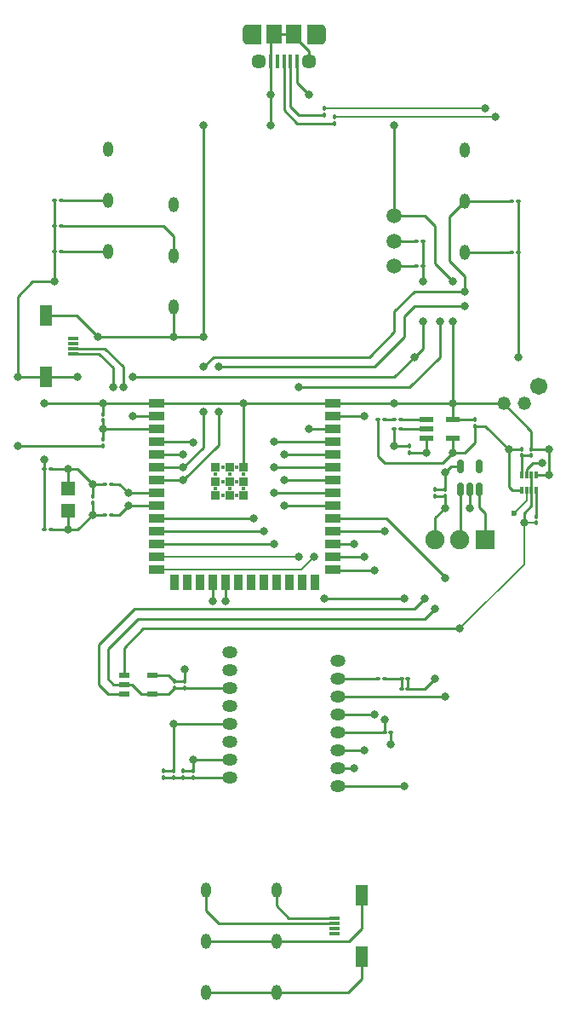
<source format=gbr>
%TF.GenerationSoftware,KiCad,Pcbnew,7.0.7*%
%TF.CreationDate,2023-11-26T12:29:05-07:00*%
%TF.ProjectId,mouse,6d6f7573-652e-46b6-9963-61645f706362,rev?*%
%TF.SameCoordinates,Original*%
%TF.FileFunction,Copper,L1,Top*%
%TF.FilePolarity,Positive*%
%FSLAX46Y46*%
G04 Gerber Fmt 4.6, Leading zero omitted, Abs format (unit mm)*
G04 Created by KiCad (PCBNEW 7.0.7) date 2023-11-26 12:29:05*
%MOMM*%
%LPD*%
G01*
G04 APERTURE LIST*
G04 Aperture macros list*
%AMRoundRect*
0 Rectangle with rounded corners*
0 $1 Rounding radius*
0 $2 $3 $4 $5 $6 $7 $8 $9 X,Y pos of 4 corners*
0 Add a 4 corners polygon primitive as box body*
4,1,4,$2,$3,$4,$5,$6,$7,$8,$9,$2,$3,0*
0 Add four circle primitives for the rounded corners*
1,1,$1+$1,$2,$3*
1,1,$1+$1,$4,$5*
1,1,$1+$1,$6,$7*
1,1,$1+$1,$8,$9*
0 Add four rect primitives between the rounded corners*
20,1,$1+$1,$2,$3,$4,$5,0*
20,1,$1+$1,$4,$5,$6,$7,0*
20,1,$1+$1,$6,$7,$8,$9,0*
20,1,$1+$1,$8,$9,$2,$3,0*%
G04 Aperture macros list end*
%TA.AperFunction,EtchedComponent*%
%ADD10C,0.010000*%
%TD*%
%TA.AperFunction,ComponentPad*%
%ADD11O,1.500000X1.200000*%
%TD*%
%TA.AperFunction,SMDPad,CuDef*%
%ADD12R,0.299999X0.670001*%
%TD*%
%TA.AperFunction,SMDPad,CuDef*%
%ADD13R,1.320800X0.508000*%
%TD*%
%TA.AperFunction,ComponentPad*%
%ADD14O,1.000000X1.500000*%
%TD*%
%TA.AperFunction,SMDPad,CuDef*%
%ADD15R,1.000000X0.300000*%
%TD*%
%TA.AperFunction,SMDPad,CuDef*%
%ADD16R,1.300000X2.000000*%
%TD*%
%TA.AperFunction,SMDPad,CuDef*%
%ADD17RoundRect,0.100000X-0.130000X-0.100000X0.130000X-0.100000X0.130000X0.100000X-0.130000X0.100000X0*%
%TD*%
%TA.AperFunction,SMDPad,CuDef*%
%ADD18RoundRect,0.100000X-0.100000X0.130000X-0.100000X-0.130000X0.100000X-0.130000X0.100000X0.130000X0*%
%TD*%
%TA.AperFunction,SMDPad,CuDef*%
%ADD19RoundRect,0.100000X0.130000X0.100000X-0.130000X0.100000X-0.130000X-0.100000X0.130000X-0.100000X0*%
%TD*%
%TA.AperFunction,SMDPad,CuDef*%
%ADD20RoundRect,0.100000X0.100000X-0.130000X0.100000X0.130000X-0.100000X0.130000X-0.100000X-0.130000X0*%
%TD*%
%TA.AperFunction,SMDPad,CuDef*%
%ADD21RoundRect,0.150000X0.150000X-0.512500X0.150000X0.512500X-0.150000X0.512500X-0.150000X-0.512500X0*%
%TD*%
%TA.AperFunction,ComponentPad*%
%ADD22C,1.500000*%
%TD*%
%TA.AperFunction,SMDPad,CuDef*%
%ADD23R,0.400000X1.350000*%
%TD*%
%TA.AperFunction,ComponentPad*%
%ADD24C,1.450000*%
%TD*%
%TA.AperFunction,ComponentPad*%
%ADD25O,1.200000X1.900000*%
%TD*%
%TA.AperFunction,SMDPad,CuDef*%
%ADD26R,1.500000X1.900000*%
%TD*%
%TA.AperFunction,SMDPad,CuDef*%
%ADD27R,1.397000X1.422400*%
%TD*%
%TA.AperFunction,ComponentPad*%
%ADD28C,0.400000*%
%TD*%
%TA.AperFunction,SMDPad,CuDef*%
%ADD29R,0.900000X0.900000*%
%TD*%
%TA.AperFunction,SMDPad,CuDef*%
%ADD30R,1.500000X0.900000*%
%TD*%
%TA.AperFunction,SMDPad,CuDef*%
%ADD31R,0.900000X1.500000*%
%TD*%
%TA.AperFunction,SMDPad,CuDef*%
%ADD32R,1.003300X0.508000*%
%TD*%
%TA.AperFunction,ComponentPad*%
%ADD33C,1.320800*%
%TD*%
%TA.AperFunction,ComponentPad*%
%ADD34C,1.701800*%
%TD*%
%TA.AperFunction,ComponentPad*%
%ADD35R,1.900000X1.900000*%
%TD*%
%TA.AperFunction,ComponentPad*%
%ADD36C,1.900000*%
%TD*%
%TA.AperFunction,ViaPad*%
%ADD37C,0.800000*%
%TD*%
%TA.AperFunction,ViaPad*%
%ADD38C,0.600000*%
%TD*%
%TA.AperFunction,Conductor*%
%ADD39C,0.250000*%
%TD*%
%TA.AperFunction,Conductor*%
%ADD40C,0.200000*%
%TD*%
G04 APERTURE END LIST*
%TO.C,J5*%
D10*
X224826000Y-33951000D02*
X224852000Y-33953000D01*
X224878000Y-33956000D01*
X224904000Y-33961000D01*
X224929000Y-33967000D01*
X224955000Y-33974000D01*
X224979000Y-33983000D01*
X225003000Y-33993000D01*
X225027000Y-34004000D01*
X225050000Y-34017000D01*
X225072000Y-34031000D01*
X225094000Y-34045000D01*
X225115000Y-34061000D01*
X225135000Y-34078000D01*
X225154000Y-34096000D01*
X225172000Y-34115000D01*
X225189000Y-34135000D01*
X225205000Y-34156000D01*
X225219000Y-34178000D01*
X225233000Y-34200000D01*
X225246000Y-34223000D01*
X225257000Y-34247000D01*
X225267000Y-34271000D01*
X225276000Y-34295000D01*
X225283000Y-34321000D01*
X225289000Y-34346000D01*
X225294000Y-34372000D01*
X225297000Y-34398000D01*
X225299000Y-34424000D01*
X225300000Y-34450000D01*
X225300000Y-35350000D01*
X225299000Y-35376000D01*
X225297000Y-35402000D01*
X225294000Y-35428000D01*
X225289000Y-35454000D01*
X225283000Y-35479000D01*
X225276000Y-35505000D01*
X225267000Y-35529000D01*
X225257000Y-35553000D01*
X225246000Y-35577000D01*
X225233000Y-35600000D01*
X225219000Y-35622000D01*
X225205000Y-35644000D01*
X225189000Y-35665000D01*
X225172000Y-35685000D01*
X225154000Y-35704000D01*
X225135000Y-35722000D01*
X225115000Y-35739000D01*
X225094000Y-35755000D01*
X225072000Y-35769000D01*
X225050000Y-35783000D01*
X225027000Y-35796000D01*
X225003000Y-35807000D01*
X224979000Y-35817000D01*
X224955000Y-35826000D01*
X224929000Y-35833000D01*
X224904000Y-35839000D01*
X224878000Y-35844000D01*
X224852000Y-35847000D01*
X224826000Y-35849000D01*
X224800000Y-35850000D01*
X223500000Y-35850000D01*
X223500000Y-33950000D01*
X224800000Y-33950000D01*
X224826000Y-33951000D01*
%TA.AperFunction,EtchedComponent*%
G36*
X224826000Y-33951000D02*
G01*
X224852000Y-33953000D01*
X224878000Y-33956000D01*
X224904000Y-33961000D01*
X224929000Y-33967000D01*
X224955000Y-33974000D01*
X224979000Y-33983000D01*
X225003000Y-33993000D01*
X225027000Y-34004000D01*
X225050000Y-34017000D01*
X225072000Y-34031000D01*
X225094000Y-34045000D01*
X225115000Y-34061000D01*
X225135000Y-34078000D01*
X225154000Y-34096000D01*
X225172000Y-34115000D01*
X225189000Y-34135000D01*
X225205000Y-34156000D01*
X225219000Y-34178000D01*
X225233000Y-34200000D01*
X225246000Y-34223000D01*
X225257000Y-34247000D01*
X225267000Y-34271000D01*
X225276000Y-34295000D01*
X225283000Y-34321000D01*
X225289000Y-34346000D01*
X225294000Y-34372000D01*
X225297000Y-34398000D01*
X225299000Y-34424000D01*
X225300000Y-34450000D01*
X225300000Y-35350000D01*
X225299000Y-35376000D01*
X225297000Y-35402000D01*
X225294000Y-35428000D01*
X225289000Y-35454000D01*
X225283000Y-35479000D01*
X225276000Y-35505000D01*
X225267000Y-35529000D01*
X225257000Y-35553000D01*
X225246000Y-35577000D01*
X225233000Y-35600000D01*
X225219000Y-35622000D01*
X225205000Y-35644000D01*
X225189000Y-35665000D01*
X225172000Y-35685000D01*
X225154000Y-35704000D01*
X225135000Y-35722000D01*
X225115000Y-35739000D01*
X225094000Y-35755000D01*
X225072000Y-35769000D01*
X225050000Y-35783000D01*
X225027000Y-35796000D01*
X225003000Y-35807000D01*
X224979000Y-35817000D01*
X224955000Y-35826000D01*
X224929000Y-35833000D01*
X224904000Y-35839000D01*
X224878000Y-35844000D01*
X224852000Y-35847000D01*
X224826000Y-35849000D01*
X224800000Y-35850000D01*
X223500000Y-35850000D01*
X223500000Y-33950000D01*
X224800000Y-33950000D01*
X224826000Y-33951000D01*
G37*
%TD.AperFunction*%
X218900000Y-35850000D02*
X217600000Y-35850000D01*
X217574000Y-35849000D01*
X217548000Y-35847000D01*
X217522000Y-35844000D01*
X217496000Y-35839000D01*
X217471000Y-35833000D01*
X217445000Y-35826000D01*
X217421000Y-35817000D01*
X217397000Y-35807000D01*
X217373000Y-35796000D01*
X217350000Y-35783000D01*
X217328000Y-35769000D01*
X217306000Y-35755000D01*
X217285000Y-35739000D01*
X217265000Y-35722000D01*
X217246000Y-35704000D01*
X217228000Y-35685000D01*
X217211000Y-35665000D01*
X217195000Y-35644000D01*
X217181000Y-35622000D01*
X217167000Y-35600000D01*
X217154000Y-35577000D01*
X217143000Y-35553000D01*
X217133000Y-35529000D01*
X217124000Y-35505000D01*
X217117000Y-35479000D01*
X217111000Y-35454000D01*
X217106000Y-35428000D01*
X217103000Y-35402000D01*
X217101000Y-35376000D01*
X217100000Y-35350000D01*
X217100000Y-34450000D01*
X217101000Y-34424000D01*
X217103000Y-34398000D01*
X217106000Y-34372000D01*
X217111000Y-34346000D01*
X217117000Y-34321000D01*
X217124000Y-34295000D01*
X217133000Y-34271000D01*
X217143000Y-34247000D01*
X217154000Y-34223000D01*
X217167000Y-34200000D01*
X217181000Y-34178000D01*
X217195000Y-34156000D01*
X217211000Y-34135000D01*
X217228000Y-34115000D01*
X217246000Y-34096000D01*
X217265000Y-34078000D01*
X217285000Y-34061000D01*
X217306000Y-34045000D01*
X217328000Y-34031000D01*
X217350000Y-34017000D01*
X217373000Y-34004000D01*
X217397000Y-33993000D01*
X217421000Y-33983000D01*
X217445000Y-33974000D01*
X217471000Y-33967000D01*
X217496000Y-33961000D01*
X217522000Y-33956000D01*
X217548000Y-33953000D01*
X217574000Y-33951000D01*
X217600000Y-33950000D01*
X218900000Y-33950000D01*
X218900000Y-35850000D01*
%TA.AperFunction,EtchedComponent*%
G36*
X218900000Y-35850000D02*
G01*
X217600000Y-35850000D01*
X217574000Y-35849000D01*
X217548000Y-35847000D01*
X217522000Y-35844000D01*
X217496000Y-35839000D01*
X217471000Y-35833000D01*
X217445000Y-35826000D01*
X217421000Y-35817000D01*
X217397000Y-35807000D01*
X217373000Y-35796000D01*
X217350000Y-35783000D01*
X217328000Y-35769000D01*
X217306000Y-35755000D01*
X217285000Y-35739000D01*
X217265000Y-35722000D01*
X217246000Y-35704000D01*
X217228000Y-35685000D01*
X217211000Y-35665000D01*
X217195000Y-35644000D01*
X217181000Y-35622000D01*
X217167000Y-35600000D01*
X217154000Y-35577000D01*
X217143000Y-35553000D01*
X217133000Y-35529000D01*
X217124000Y-35505000D01*
X217117000Y-35479000D01*
X217111000Y-35454000D01*
X217106000Y-35428000D01*
X217103000Y-35402000D01*
X217101000Y-35376000D01*
X217100000Y-35350000D01*
X217100000Y-34450000D01*
X217101000Y-34424000D01*
X217103000Y-34398000D01*
X217106000Y-34372000D01*
X217111000Y-34346000D01*
X217117000Y-34321000D01*
X217124000Y-34295000D01*
X217133000Y-34271000D01*
X217143000Y-34247000D01*
X217154000Y-34223000D01*
X217167000Y-34200000D01*
X217181000Y-34178000D01*
X217195000Y-34156000D01*
X217211000Y-34135000D01*
X217228000Y-34115000D01*
X217246000Y-34096000D01*
X217265000Y-34078000D01*
X217285000Y-34061000D01*
X217306000Y-34045000D01*
X217328000Y-34031000D01*
X217350000Y-34017000D01*
X217373000Y-34004000D01*
X217397000Y-33993000D01*
X217421000Y-33983000D01*
X217445000Y-33974000D01*
X217471000Y-33967000D01*
X217496000Y-33961000D01*
X217522000Y-33956000D01*
X217548000Y-33953000D01*
X217574000Y-33951000D01*
X217600000Y-33950000D01*
X218900000Y-33950000D01*
X218900000Y-35850000D01*
G37*
%TD.AperFunction*%
%TD*%
D11*
%TO.P,PAW1,1,NC1*%
%TO.N,unconnected-(PAW1-NC1-Pad1)*%
X215850000Y-96247500D03*
%TO.P,PAW1,2,NC2*%
%TO.N,unconnected-(PAW1-NC2-Pad2)*%
X215850000Y-98027500D03*
%TO.P,PAW1,3,GND*%
%TO.N,GND*%
X215850000Y-99807500D03*
%TO.P,PAW1,4,VDD*%
%TO.N,PWR_1.9V*%
X215850000Y-101587500D03*
%TO.P,PAW1,5,VDDREG*%
%TO.N,VDDREG*%
X215850000Y-103367500D03*
%TO.P,PAW1,6,NC6*%
%TO.N,unconnected-(PAW1-NC6-Pad6)*%
X215850000Y-105147500D03*
%TO.P,PAW1,7,VDDIO*%
%TO.N,PWR_3.3V*%
X215850000Y-106927500D03*
%TO.P,PAW1,8,GNDIO*%
%TO.N,GND1*%
X215850000Y-108707500D03*
%TO.P,PAW1,9,MOTION*%
%TO.N,MOTION*%
X226550000Y-109597500D03*
%TO.P,PAW1,10,SCLK*%
%TO.N,SCLK*%
X226550000Y-107817500D03*
%TO.P,PAW1,11,MOSI*%
%TO.N,MOSI*%
X226550000Y-106037500D03*
%TO.P,PAW1,12,MISO*%
%TO.N,MISO*%
X226550000Y-104257500D03*
%TO.P,PAW1,13,NCS*%
%TO.N,NCS*%
X226550000Y-102477500D03*
%TO.P,PAW1,14,NRESET*%
%TO.N,NRESET*%
X226550000Y-100697500D03*
%TO.P,PAW1,15,LED_P*%
%TO.N,LED_P*%
X226550000Y-98917500D03*
%TO.P,PAW1,16,NC16*%
%TO.N,unconnected-(PAW1-NC16-Pad16)*%
X226550000Y-97137500D03*
%TD*%
D12*
%TO.P,PWRSW1,1,GND*%
%TO.N,GND*%
X246325001Y-78709999D03*
%TO.P,PWRSW1,2,VOUT*%
%TO.N,PWR_OUT*%
X245825000Y-78709999D03*
%TO.P,PWRSW1,3,VIN1*%
%TO.N,VBUS*%
X245325000Y-78709999D03*
%TO.P,PWRSW1,4,PR1*%
%TO.N,Net-(PWRSW1-PR1)*%
X244824999Y-78709999D03*
%TO.P,PWRSW1,5,MODE*%
%TO.N,VBUS*%
X244824999Y-80190001D03*
%TO.P,PWRSW1,6,VIN2*%
%TO.N,+BATT*%
X245325000Y-80190001D03*
%TO.P,PWRSW1,7,VOUT*%
%TO.N,PWR_OUT*%
X245825000Y-80190001D03*
%TO.P,PWRSW1,8,ST*%
%TO.N,PWRSTAT*%
X246325001Y-80190001D03*
%TD*%
D13*
%TO.P,CHGR1,1,STAT*%
%TO.N,Net-(CHGR1-STAT)*%
X235404600Y-73169999D03*
%TO.P,CHGR1,2,VSS*%
%TO.N,Net-(CHGR1-VSS)*%
X235404600Y-74120000D03*
%TO.P,CHGR1,3,VBAT*%
%TO.N,+BATT*%
X235404600Y-75070001D03*
%TO.P,CHGR1,4,VDD*%
%TO.N,VBUS*%
X237995400Y-75070001D03*
%TO.P,CHGR1,5,PROG*%
%TO.N,GND*%
X237995400Y-73169999D03*
%TD*%
D14*
%TO.P,SMB5,1,COM*%
%TO.N,SW4_COM_OFF*%
X213450000Y-119870000D03*
%TO.P,SMB5,2,NO*%
%TO.N,PWR_3.3V_OFF*%
X213450000Y-124950000D03*
%TO.P,SMB5,3,NC*%
%TO.N,GND_OFF*%
X213450000Y-130030000D03*
%TD*%
D15*
%TO.P,J4,1,1*%
%TO.N,unconnected-(J4-Pad1)*%
X226250000Y-124200001D03*
%TO.P,J4,2,2*%
%TO.N,unconnected-(J4-Pad2)*%
X226250000Y-123700000D03*
%TO.P,J4,3,3*%
%TO.N,SW4_COM_OFF*%
X226250000Y-123200000D03*
%TO.P,J4,4,4*%
%TO.N,SW3_COM_OFF*%
X226250000Y-122699999D03*
D16*
%TO.P,J4,P1,P1*%
%TO.N,GND_OFF*%
X228949999Y-126499999D03*
%TO.P,J4,P2,P2*%
%TO.N,PWR_3.3V_OFF*%
X228949999Y-120400001D03*
%TD*%
%TO.P,J6,P2,P2*%
%TO.N,PWR_3.3V*%
X197500001Y-68950000D03*
%TO.P,J6,P1,P1*%
%TO.N,GND*%
X197500001Y-62850002D03*
D15*
%TO.P,J6,4,4*%
%TO.N,SW4_COM*%
X200200000Y-66650002D03*
%TO.P,J6,3,3*%
%TO.N,SW3_COM*%
X200200000Y-66150001D03*
%TO.P,J6,2,2*%
%TO.N,unconnected-(J6-Pad2)*%
X200200000Y-65650001D03*
%TO.P,J6,1,1*%
%TO.N,unconnected-(J6-Pad1)*%
X200200000Y-65150000D03*
%TD*%
D17*
%TO.P,R1,1*%
%TO.N,MISO*%
X231200000Y-104257500D03*
%TO.P,R1,2*%
%TO.N,PWR_3.3V*%
X231840000Y-104257500D03*
%TD*%
%TO.P,C7,1*%
%TO.N,Net-(D1-A)*%
X232880000Y-99950000D03*
%TO.P,C7,2*%
%TO.N,GND*%
X233520000Y-99950000D03*
%TD*%
%TO.P,R2,1*%
%TO.N,Net-(D2-K)*%
X232200000Y-73169999D03*
%TO.P,R2,2*%
%TO.N,Net-(CHGR1-STAT)*%
X232840000Y-73169999D03*
%TD*%
%TO.P,R11,1*%
%TO.N,LED_P*%
X230560000Y-98917500D03*
%TO.P,R11,2*%
%TO.N,Net-(D1-A)*%
X231200000Y-98917500D03*
%TD*%
D18*
%TO.P,C8,1*%
%TO.N,GND*%
X233700000Y-75810000D03*
%TO.P,C8,2*%
%TO.N,+BATT*%
X233700000Y-76450000D03*
%TD*%
D19*
%TO.P,D2,1,K*%
%TO.N,Net-(D2-K)*%
X231200000Y-73169999D03*
%TO.P,D2,2,A*%
%TO.N,VBUS*%
X230560000Y-73169999D03*
%TD*%
D17*
%TO.P,R3,2*%
%TO.N,Net-(CHGR1-VSS)*%
X232840000Y-74120000D03*
%TO.P,R3,1*%
%TO.N,GND*%
X232200000Y-74120000D03*
%TD*%
D18*
%TO.P,C3,1*%
%TO.N,VDDREG*%
X210200000Y-108067500D03*
%TO.P,C3,2*%
%TO.N,GND1*%
X210200000Y-108707500D03*
%TD*%
D20*
%TO.P,C4,1*%
%TO.N,GND1*%
X209200000Y-108707500D03*
%TO.P,C4,2*%
%TO.N,VDDREG*%
X209200000Y-108067500D03*
%TD*%
D19*
%TO.P,D1,1,K*%
%TO.N,GND*%
X233520000Y-98917500D03*
%TO.P,D1,2,A*%
%TO.N,Net-(D1-A)*%
X232880000Y-98917500D03*
%TD*%
D20*
%TO.P,C6,1*%
%TO.N,GND1*%
X211200000Y-108707500D03*
%TO.P,C6,2*%
%TO.N,PWR_3.3V*%
X211200000Y-108067500D03*
%TD*%
D18*
%TO.P,C5,1*%
%TO.N,PWR_3.3V*%
X212200000Y-108067500D03*
%TO.P,C5,2*%
%TO.N,GND1*%
X212200000Y-108707500D03*
%TD*%
%TO.P,C9,1*%
%TO.N,GND*%
X240200000Y-73169999D03*
%TO.P,C9,2*%
%TO.N,VBUS*%
X240200000Y-73809999D03*
%TD*%
D19*
%TO.P,R20,1*%
%TO.N,PWR_3.3V*%
X244520000Y-51520000D03*
%TO.P,R20,2*%
%TO.N,SW2_NO*%
X243880000Y-51520000D03*
%TD*%
D18*
%TO.P,R18,2*%
%TO.N,Net-(J5-D-)*%
X225200000Y-42925000D03*
%TO.P,R18,1*%
%TO.N,USB_D-*%
X225200000Y-42285000D03*
%TD*%
%TO.P,R7,2*%
%TO.N,Net-(C13-Pad2)*%
X202200000Y-81440000D03*
%TO.P,R7,1*%
%TO.N,Net-(C12-Pad2)*%
X202200000Y-80800000D03*
%TD*%
D21*
%TO.P,U1,1,VIN*%
%TO.N,PWR_OUT*%
X238750000Y-80087500D03*
%TO.P,U1,2,GND*%
%TO.N,GND*%
X239700000Y-80087500D03*
%TO.P,U1,3,EN*%
%TO.N,PWR_EN*%
X240650000Y-80087500D03*
%TO.P,U1,4,NC*%
%TO.N,unconnected-(U1-NC-Pad4)*%
X240650000Y-77812500D03*
%TO.P,U1,5,VOUT*%
%TO.N,PWR_3.3V*%
X238750000Y-77812500D03*
%TD*%
D14*
%TO.P,MMB1,3,NC*%
%TO.N,GND*%
X210200000Y-62030000D03*
%TO.P,MMB1,2,NO*%
%TO.N,SW5_NO*%
X210200000Y-56950000D03*
%TO.P,MMB1,1,COM*%
%TO.N,SCROLL_CLICK*%
X210200000Y-51870000D03*
%TD*%
D19*
%TO.P,R10,2*%
%TO.N,Net-(C13-Pad2)*%
X203380000Y-82620000D03*
%TO.P,R10,1*%
%TO.N,XTAL2*%
X204020000Y-82620000D03*
%TD*%
D18*
%TO.P,R17,2*%
%TO.N,Net-(J5-D+)*%
X226200000Y-43770000D03*
%TO.P,R17,1*%
%TO.N,USB_D+*%
X226200000Y-43130000D03*
%TD*%
D20*
%TO.P,C11,2*%
%TO.N,PWR_3.3V*%
X237200000Y-80130000D03*
%TO.P,C11,1*%
%TO.N,GND*%
X237200000Y-80770000D03*
%TD*%
D19*
%TO.P,R9,2*%
%TO.N,Net-(C12-Pad2)*%
X203380000Y-79620000D03*
%TO.P,R9,1*%
%TO.N,XTAL1*%
X204020000Y-79620000D03*
%TD*%
D18*
%TO.P,C14,2*%
%TO.N,EN*%
X203200000Y-73270000D03*
%TO.P,C14,1*%
%TO.N,GND*%
X203200000Y-72630000D03*
%TD*%
D22*
%TO.P,ENC1,1,A*%
%TO.N,SCROLL_UP*%
X232200000Y-57950000D03*
%TO.P,ENC1,2,B*%
%TO.N,SCROLL_DOWN*%
X232200000Y-55450000D03*
%TO.P,ENC1,3,COM*%
%TO.N,GND*%
X232200000Y-52950000D03*
%TD*%
D23*
%TO.P,J5,1,VBUS*%
%TO.N,VBUS*%
X222500000Y-37575000D03*
%TO.P,J5,2,D-*%
%TO.N,Net-(J5-D-)*%
X221850000Y-37575000D03*
%TO.P,J5,3,D+*%
%TO.N,Net-(J5-D+)*%
X221200000Y-37575000D03*
%TO.P,J5,4,ID*%
%TO.N,unconnected-(J5-ID-Pad4)*%
X220550000Y-37575000D03*
%TO.P,J5,5,GND*%
%TO.N,GND*%
X219900000Y-37575000D03*
D24*
%TO.P,J5,SH1,SHIELD1*%
X223700000Y-37600000D03*
%TO.P,J5,SH2,SHIELD2*%
X218700000Y-37600000D03*
D25*
%TO.P,J5,SH3,SHIELD3*%
%TO.N,unconnected-(J5-SHIELD3-PadSH3)*%
X224700000Y-34900000D03*
D26*
%TO.P,J5,SH4,SHIELD4*%
%TO.N,GND*%
X222200000Y-34900000D03*
%TO.P,J5,SH5,SHIELD5*%
X220200000Y-34900000D03*
D25*
%TO.P,J5,SH6,SHIELD6*%
%TO.N,unconnected-(J5-SHIELD6-PadSH6)*%
X217700000Y-34900000D03*
%TD*%
D20*
%TO.P,R8,2*%
%TO.N,EN*%
X203200000Y-75130000D03*
%TO.P,R8,1*%
%TO.N,PWR_3.3V*%
X203200000Y-75770000D03*
%TD*%
D14*
%TO.P,LMB1,1,COM*%
%TO.N,GND*%
X203700000Y-46370000D03*
%TO.P,LMB1,2,NO*%
%TO.N,SW1_NO*%
X203700000Y-51450000D03*
%TO.P,LMB1,3,NC*%
%TO.N,SW1_NC*%
X203700000Y-56530000D03*
%TD*%
D27*
%TO.P,XTAL1,1,1*%
%TO.N,Net-(C12-Pad2)*%
X199700000Y-80027800D03*
%TO.P,XTAL1,2,2*%
%TO.N,Net-(C13-Pad2)*%
X199700000Y-82212200D03*
%TD*%
D17*
%TO.P,R13,2*%
%TO.N,SW1_NC*%
X199020000Y-56530000D03*
%TO.P,R13,1*%
%TO.N,PWR_3.3V*%
X198380000Y-56530000D03*
%TD*%
D14*
%TO.P,RMB1,1,COM*%
%TO.N,GND*%
X239200000Y-46440000D03*
%TO.P,RMB1,2,NO*%
%TO.N,SW2_NO*%
X239200000Y-51520000D03*
%TO.P,RMB1,3,NC*%
%TO.N,SW2_NC*%
X239200000Y-56600000D03*
%TD*%
D17*
%TO.P,R12,2*%
%TO.N,SW5_NO*%
X199020000Y-53950000D03*
%TO.P,R12,1*%
%TO.N,PWR_3.3V*%
X198380000Y-53950000D03*
%TD*%
D20*
%TO.P,C10,2*%
%TO.N,PWR_3.3V*%
X236200000Y-80130000D03*
%TO.P,C10,1*%
%TO.N,GND*%
X236200000Y-80770000D03*
%TD*%
D18*
%TO.P,R4,2*%
%TO.N,Net-(PWRSW1-PR1)*%
X244824999Y-76770000D03*
%TO.P,R4,1*%
%TO.N,VBUS*%
X244824999Y-76130000D03*
%TD*%
D17*
%TO.P,R15,2*%
%TO.N,PWR_3.3V*%
X235020000Y-57950000D03*
%TO.P,R15,1*%
%TO.N,SCROLL_UP*%
X234380000Y-57950000D03*
%TD*%
D19*
%TO.P,R19,2*%
%TO.N,SW2_NC*%
X243880000Y-56600000D03*
%TO.P,R19,1*%
%TO.N,PWR_3.3V*%
X244520000Y-56600000D03*
%TD*%
D17*
%TO.P,R14,2*%
%TO.N,SW1_NO*%
X199020000Y-51450000D03*
%TO.P,R14,1*%
%TO.N,PWR_3.3V*%
X198380000Y-51450000D03*
%TD*%
%TO.P,R16,2*%
%TO.N,PWR_3.3V*%
X235020000Y-55450000D03*
%TO.P,R16,1*%
%TO.N,SCROLL_DOWN*%
X234380000Y-55450000D03*
%TD*%
D14*
%TO.P,SMB4,1,COM*%
%TO.N,SW3_COM_OFF*%
X220450000Y-119870000D03*
%TO.P,SMB4,2,NO*%
%TO.N,PWR_3.3V_OFF*%
X220450000Y-124950000D03*
%TO.P,SMB4,3,NC*%
%TO.N,GND_OFF*%
X220450000Y-130030000D03*
%TD*%
D28*
%TO.P,ESP1,41_21*%
%TO.N,N/C*%
X216500000Y-80720000D03*
%TO.P,ESP1,41_20*%
X215100000Y-80720000D03*
%TO.P,ESP1,41_19*%
X217200000Y-80020000D03*
%TO.P,ESP1,41_18*%
X215800000Y-80020000D03*
%TO.P,ESP1,41_17*%
X214400000Y-80020000D03*
%TO.P,ESP1,41_16*%
X216500000Y-79320000D03*
%TO.P,ESP1,41_15*%
X215100000Y-79320000D03*
%TO.P,ESP1,41_14*%
X217200000Y-78620000D03*
%TO.P,ESP1,41_13*%
X215800000Y-78620000D03*
%TO.P,ESP1,41_12*%
X214400000Y-78620000D03*
%TO.P,ESP1,41_11*%
X216500000Y-77920000D03*
%TO.P,ESP1,41_10*%
X215100000Y-77920000D03*
D29*
%TO.P,ESP1,41_9,GND*%
%TO.N,GND*%
X217200000Y-80720000D03*
%TO.P,ESP1,41_8,GND*%
X215800000Y-80720000D03*
%TO.P,ESP1,41_7,GND*%
X214400000Y-80720000D03*
%TO.P,ESP1,41_6,GND*%
X217200000Y-79320000D03*
%TO.P,ESP1,41_5,GND*%
X215800000Y-79320000D03*
%TO.P,ESP1,41_4,GND*%
X214400000Y-79320000D03*
%TO.P,ESP1,41_3,GND*%
X217200000Y-77920000D03*
%TO.P,ESP1,41_2,GND*%
X215800000Y-77920000D03*
%TO.P,ESP1,41_1,GND*%
X214400000Y-77920000D03*
D30*
%TO.P,ESP1,40,GND*%
X226050000Y-71600000D03*
%TO.P,ESP1,39,IO1*%
%TO.N,PWR_1.9V_EN*%
X226050000Y-72870000D03*
%TO.P,ESP1,38,IO2*%
%TO.N,MOTION*%
X226050000Y-74140000D03*
%TO.P,ESP1,37,TXD0*%
%TO.N,TXD0*%
X226050000Y-75410000D03*
%TO.P,ESP1,36,RXD0*%
%TO.N,RXD0*%
X226050000Y-76680000D03*
%TO.P,ESP1,35,MTMS*%
%TO.N,TMS*%
X226050000Y-77950000D03*
%TO.P,ESP1,34,MTDI*%
%TO.N,TDI*%
X226050000Y-79220000D03*
%TO.P,ESP1,33,MTDO*%
%TO.N,TDO*%
X226050000Y-80490000D03*
%TO.P,ESP1,32,MTCK*%
%TO.N,TCK*%
X226050000Y-81760000D03*
%TO.P,ESP1,31,NRESET*%
%TO.N,NRESET*%
X226050000Y-83030000D03*
%TO.P,ESP1,30,MISO*%
%TO.N,MISO*%
X226050000Y-84300000D03*
%TO.P,ESP1,29,SCLK*%
%TO.N,SCLK*%
X226050000Y-85570000D03*
%TO.P,ESP1,28,MOSI*%
%TO.N,MOSI*%
X226050000Y-86840000D03*
%TO.P,ESP1,27,NCS*%
%TO.N,NCS*%
X226050000Y-88110000D03*
D31*
%TO.P,ESP1,26,IO45*%
%TO.N,unconnected-(ESP1-IO45-Pad26)*%
X224285000Y-89360000D03*
%TO.P,ESP1,25,IO48*%
%TO.N,unconnected-(ESP1-IO48-Pad25)*%
X223015000Y-89360000D03*
%TO.P,ESP1,24,IO47*%
%TO.N,unconnected-(ESP1-IO47-Pad24)*%
X221745000Y-89360000D03*
%TO.P,ESP1,23,IO21*%
%TO.N,unconnected-(ESP1-IO21-Pad23)*%
X220475000Y-89360000D03*
%TO.P,ESP1,22,IO14*%
%TO.N,unconnected-(ESP1-IO14-Pad22)*%
X219205000Y-89360000D03*
%TO.P,ESP1,21,IO13*%
%TO.N,unconnected-(ESP1-IO13-Pad21)*%
X217935000Y-89360000D03*
%TO.P,ESP1,20,IO12*%
%TO.N,unconnected-(ESP1-IO12-Pad20)*%
X216665000Y-89360000D03*
%TO.P,ESP1,19,IO11*%
%TO.N,SW3_COM*%
X215395000Y-89360000D03*
%TO.P,ESP1,18,IO10*%
%TO.N,SW4_COM*%
X214125000Y-89360000D03*
%TO.P,ESP1,17,IO9*%
%TO.N,LED_B*%
X212855000Y-89360000D03*
%TO.P,ESP1,16,IO46*%
%TO.N,LED_G*%
X211585000Y-89360000D03*
%TO.P,ESP1,15,IO3*%
%TO.N,LED_R*%
X210315000Y-89360000D03*
D30*
%TO.P,ESP1,14,USB_D+*%
%TO.N,USB_D+*%
X208550000Y-88110000D03*
%TO.P,ESP1,13,USB_D-*%
%TO.N,USB_D-*%
X208550000Y-86840000D03*
%TO.P,ESP1,12,IO8*%
%TO.N,SCROLL_DOWN*%
X208550000Y-85570000D03*
%TO.P,ESP1,11,IO18*%
%TO.N,SCROLL_UP*%
X208550000Y-84300000D03*
%TO.P,ESP1,10,IO17*%
%TO.N,SCROLL_CLICK*%
X208550000Y-83030000D03*
%TO.P,ESP1,9,XTALN*%
%TO.N,XTAL2*%
X208550000Y-81760000D03*
%TO.P,ESP1,8,XTALP*%
%TO.N,XTAL1*%
X208550000Y-80490000D03*
%TO.P,ESP1,7,IO7*%
%TO.N,SW2_NC*%
X208550000Y-79220000D03*
%TO.P,ESP1,6,IO6*%
%TO.N,SW2_NO*%
X208550000Y-77950000D03*
%TO.P,ESP1,5,IO5*%
%TO.N,SW1_NC*%
X208550000Y-76680000D03*
%TO.P,ESP1,4,IO4*%
%TO.N,SW1_NO*%
X208550000Y-75410000D03*
%TO.P,ESP1,3,EN*%
%TO.N,EN*%
X208550000Y-74140000D03*
%TO.P,ESP1,2,3V3*%
%TO.N,PWR_3.3V*%
X208550000Y-72870000D03*
%TO.P,ESP1,1,GND*%
%TO.N,GND*%
X208550000Y-71600000D03*
%TD*%
D20*
%TO.P,C1,1*%
%TO.N,GND*%
X211337500Y-99807500D03*
%TO.P,C1,2*%
%TO.N,PWR_1.9V*%
X211337500Y-99167500D03*
%TD*%
D17*
%TO.P,C12,2*%
%TO.N,Net-(C12-Pad2)*%
X198020000Y-78120000D03*
%TO.P,C12,1*%
%TO.N,GND*%
X197380000Y-78120000D03*
%TD*%
D32*
%TO.P,U3,1,VIN*%
%TO.N,PWR_OUT*%
X205322050Y-98537499D03*
%TO.P,U3,2,GND*%
%TO.N,GND*%
X205322050Y-99487500D03*
%TO.P,U3,3,EN*%
%TO.N,PWR_1.9V_EN*%
X205322050Y-100437501D03*
%TO.P,U3,4,GND*%
%TO.N,GND*%
X208077950Y-100437501D03*
%TO.P,U3,5,VOUT*%
%TO.N,PWR_1.9V*%
X208077950Y-98537499D03*
%TD*%
D18*
%TO.P,C2,2*%
%TO.N,GND*%
X210337500Y-99807500D03*
%TO.P,C2,1*%
%TO.N,PWR_1.9V*%
X210337500Y-99167500D03*
%TD*%
D20*
%TO.P,R6,2*%
%TO.N,PWRSTAT*%
X246325001Y-82810000D03*
%TO.P,R6,1*%
%TO.N,PWR_OUT*%
X246325001Y-83450000D03*
%TD*%
D33*
%TO.P,J2,1,1*%
%TO.N,+BATT*%
X245075001Y-71600000D03*
%TO.P,J2,2,2*%
%TO.N,GND*%
X243074999Y-71600000D03*
D34*
%TO.P,J2,3*%
%TO.N,N/C*%
X246575000Y-69900000D03*
%TD*%
D18*
%TO.P,R5,2*%
%TO.N,Net-(PWRSW1-PR1)*%
X245825000Y-76770000D03*
%TO.P,R5,1*%
%TO.N,GND*%
X245825000Y-76130000D03*
%TD*%
D35*
%TO.P,S4,1*%
%TO.N,PWR_EN*%
X241200000Y-85120000D03*
D36*
%TO.P,S4,2*%
%TO.N,PWR_OUT*%
X238700000Y-85120000D03*
%TO.P,S4,3*%
%TO.N,GND*%
X236200000Y-85120000D03*
%TD*%
D17*
%TO.P,C13,2*%
%TO.N,Net-(C13-Pad2)*%
X198020000Y-84120000D03*
%TO.P,C13,1*%
%TO.N,GND*%
X197380000Y-84120000D03*
%TD*%
D37*
%TO.N,SW2_NC*%
X239200000Y-61950000D03*
%TO.N,SW2_NO*%
X239200000Y-60450000D03*
%TO.N,SW2_NC*%
X214700000Y-67950000D03*
X214700000Y-72450000D03*
%TO.N,GND*%
X237995400Y-63450000D03*
X237995400Y-59450000D03*
%TO.N,PWR_3.3V*%
X235020000Y-59450000D03*
X235020000Y-63450000D03*
%TO.N,SW2_NO*%
X213200000Y-67950000D03*
X213200000Y-72450000D03*
%TO.N,GND*%
X219900000Y-40950000D03*
%TO.N,USB_D-*%
X241200000Y-42285000D03*
%TO.N,USB_D+*%
X242200000Y-43130000D03*
%TO.N,SW3_COM*%
X215395000Y-91225500D03*
%TO.N,SW4_COM*%
X214125000Y-91225500D03*
%TO.N,SW2_NC*%
X211200000Y-79220000D03*
%TO.N,PWR_3.3V*%
X206200000Y-68950000D03*
%TO.N,PWR_OUT*%
X238700000Y-93950000D03*
%TO.N,PWR_3.3V*%
X231840000Y-105450000D03*
%TO.N,PWR_1.9V_EN*%
X229200000Y-72870000D03*
X235200000Y-90950000D03*
%TO.N,GND*%
X236200000Y-91950000D03*
%TO.N,NRESET*%
X237200000Y-88950000D03*
%TO.N,PWR_1.9V*%
X211337500Y-97950000D03*
%TO.N,+BATT*%
X235404600Y-76450000D03*
%TO.N,VBUS*%
X237995400Y-76450000D03*
%TO.N,GND*%
X232200000Y-75810000D03*
X237995400Y-71600000D03*
%TO.N,PWR_3.3V*%
X244520000Y-66950000D03*
%TO.N,VDDREG*%
X210200000Y-103367500D03*
D38*
%TO.N,+BATT*%
X244075000Y-82450000D03*
D37*
%TO.N,VBUS*%
X246850500Y-77450000D03*
X243575000Y-76130000D03*
X223700000Y-40950000D03*
%TO.N,Net-(C12-Pad2)*%
X202200000Y-79620000D03*
X199700000Y-78120000D03*
%TO.N,Net-(C13-Pad2)*%
X199700000Y-84120000D03*
X202200000Y-82620000D03*
%TO.N,EN*%
X203200000Y-74140000D03*
%TO.N,SW1_NO*%
X212200000Y-75450000D03*
%TO.N,SW1_NC*%
X211200000Y-76680000D03*
%TO.N,SW2_NO*%
X211200000Y-77950000D03*
%TO.N,SCROLL_UP*%
X219200000Y-84300000D03*
%TO.N,SCROLL_DOWN*%
X236700000Y-63450000D03*
X220200000Y-85570000D03*
X222700000Y-69950000D03*
%TO.N,SW3_COM*%
X205200000Y-69950000D03*
%TO.N,SW4_COM*%
X204187701Y-69962299D03*
%TO.N,XTAL1*%
X205700000Y-80490000D03*
%TO.N,XTAL2*%
X205700000Y-81760000D03*
%TO.N,SCROLL_CLICK*%
X218200000Y-83030000D03*
%TO.N,USB_D-*%
X222700000Y-86840000D03*
%TO.N,USB_D+*%
X224200000Y-86840000D03*
%TO.N,NCS*%
X230200000Y-88120000D03*
X230200000Y-102450000D03*
%TO.N,MOSI*%
X229200000Y-86840000D03*
X229200000Y-106037500D03*
%TO.N,SCLK*%
X228200000Y-85570000D03*
X228200000Y-107817500D03*
%TO.N,MISO*%
X231200000Y-84300000D03*
X231200000Y-102950000D03*
%TO.N,NRESET*%
X237200000Y-100697500D03*
%TO.N,TCK*%
X221200000Y-81760000D03*
%TO.N,TDO*%
X220200000Y-80490000D03*
%TO.N,TDI*%
X221200000Y-79220000D03*
%TO.N,TMS*%
X220200000Y-77950000D03*
%TO.N,RXD0*%
X221200000Y-76680000D03*
%TO.N,TXD0*%
X220240000Y-75410000D03*
%TO.N,MOTION*%
X233200000Y-90950000D03*
X223700000Y-74140000D03*
X225200000Y-90950000D03*
X233200000Y-109597500D03*
%TO.N,PWR_OUT*%
X245075000Y-83450000D03*
%TO.N,GND*%
X237200000Y-81950000D03*
X239700000Y-81950000D03*
X213200000Y-43950000D03*
X247575000Y-76130000D03*
X217200000Y-71600000D03*
X202700000Y-64950000D03*
X197380000Y-71600000D03*
X219900000Y-43950000D03*
X197380000Y-77120000D03*
X236200000Y-98950000D03*
X247575000Y-78709999D03*
X213200000Y-64950000D03*
X203200000Y-71600000D03*
X232200000Y-43950000D03*
X232200000Y-71600000D03*
X210200000Y-64950000D03*
%TO.N,PWR_3.3V*%
X237200000Y-78450000D03*
X206200000Y-72870000D03*
X194700000Y-68950000D03*
X198380000Y-59450000D03*
X194700000Y-75770000D03*
X212200000Y-106950000D03*
X200700000Y-68950000D03*
X234200000Y-66950000D03*
%TD*%
D39*
%TO.N,SW4_COM_OFF*%
X213450000Y-121950000D02*
X213450000Y-119870000D01*
X226250000Y-123200000D02*
X214700000Y-123200000D01*
X214700000Y-123200000D02*
X213450000Y-121950000D01*
%TO.N,SW3_COM_OFF*%
X221699999Y-122699999D02*
X220450000Y-121450000D01*
X220450000Y-121450000D02*
X220450000Y-119870000D01*
X226250000Y-122699999D02*
X221699999Y-122699999D01*
%TO.N,GND_OFF*%
X227620000Y-130030000D02*
X220450000Y-130030000D01*
X228949999Y-128700001D02*
X227620000Y-130030000D01*
X228949999Y-126499999D02*
X228949999Y-128700001D01*
%TO.N,PWR_3.3V_OFF*%
X227700000Y-124950000D02*
X220450000Y-124950000D01*
X228949999Y-123700001D02*
X227700000Y-124950000D01*
X228949999Y-120400001D02*
X228949999Y-123700001D01*
%TO.N,GND*%
X217200000Y-71600000D02*
X208550000Y-71600000D01*
X237995400Y-71600000D02*
X232200000Y-71600000D01*
X243074999Y-71600000D02*
X237995400Y-71600000D01*
%TO.N,VBUS*%
X243575000Y-79825000D02*
X243575000Y-76130000D01*
X244824999Y-80190001D02*
X243940001Y-80190001D01*
X243940001Y-80190001D02*
X243575000Y-79825000D01*
D40*
%TO.N,PWR_OUT*%
X245075000Y-83450000D02*
X245075000Y-87575000D01*
X245075000Y-87575000D02*
X238700000Y-93950000D01*
D39*
%TO.N,VBUS*%
X240200000Y-73809999D02*
X241254999Y-73809999D01*
%TO.N,GND*%
X219900000Y-43950000D02*
X219900000Y-40950000D01*
X219900000Y-40950000D02*
X219900000Y-37575000D01*
%TO.N,VBUS*%
X222500000Y-39750000D02*
X222500000Y-37575000D01*
X223700000Y-40950000D02*
X222500000Y-39750000D01*
%TO.N,GND*%
X236200000Y-82950000D02*
X236200000Y-85120000D01*
X237200000Y-81950000D02*
X236200000Y-82950000D01*
%TO.N,SCROLL_DOWN*%
X233700000Y-69950000D02*
X222700000Y-69950000D01*
X236700000Y-66950000D02*
X233700000Y-69950000D01*
X236700000Y-63450000D02*
X236700000Y-66950000D01*
%TO.N,SW2_NC*%
X233200000Y-62950000D02*
X234200000Y-61950000D01*
X233200000Y-64950000D02*
X233200000Y-62950000D01*
X230200000Y-67950000D02*
X233200000Y-64950000D01*
X234200000Y-61950000D02*
X239200000Y-61950000D01*
X214700000Y-67950000D02*
X230200000Y-67950000D01*
%TO.N,SW2_NO*%
X237700000Y-53020000D02*
X239200000Y-51520000D01*
X237700000Y-57450000D02*
X237700000Y-53020000D01*
X239200000Y-60450000D02*
X239200000Y-58950000D01*
X234200000Y-60450000D02*
X239200000Y-60450000D01*
X232200000Y-62450000D02*
X234200000Y-60450000D01*
X232200000Y-64450000D02*
X232200000Y-62450000D01*
X239200000Y-58950000D02*
X237700000Y-57450000D01*
X229700000Y-66950000D02*
X232200000Y-64450000D01*
X213200000Y-67950000D02*
X214200000Y-66950000D01*
X214200000Y-66950000D02*
X229700000Y-66950000D01*
%TO.N,GND*%
X237995400Y-63450000D02*
X237995400Y-71600000D01*
%TO.N,PWR_3.3V*%
X235020000Y-66130000D02*
X234200000Y-66950000D01*
X235020000Y-63450000D02*
X235020000Y-66130000D01*
%TO.N,GND*%
X236200000Y-53950000D02*
X235200000Y-52950000D01*
X237995400Y-59450000D02*
X236200000Y-57654600D01*
X236200000Y-57654600D02*
X236200000Y-53950000D01*
X235200000Y-52950000D02*
X232200000Y-52950000D01*
%TO.N,SCROLL_DOWN*%
X220200000Y-85570000D02*
X208550000Y-85570000D01*
%TO.N,TCK*%
X226050000Y-81760000D02*
X221200000Y-81760000D01*
%TO.N,TDO*%
X226050000Y-80490000D02*
X220200000Y-80490000D01*
%TO.N,TDI*%
X226050000Y-79220000D02*
X221200000Y-79220000D01*
%TO.N,TMS*%
X226050000Y-77950000D02*
X220200000Y-77950000D01*
%TO.N,RXD0*%
X221200000Y-76680000D02*
X226050000Y-76680000D01*
%TO.N,TXD0*%
X220240000Y-75410000D02*
X226050000Y-75410000D01*
%TO.N,MOTION*%
X223700000Y-74140000D02*
X226050000Y-74140000D01*
%TO.N,SW2_NC*%
X214700000Y-75720000D02*
X214700000Y-72450000D01*
X211200000Y-79220000D02*
X214700000Y-75720000D01*
%TO.N,PWR_3.3V*%
X235020000Y-57950000D02*
X235020000Y-59450000D01*
%TO.N,SW2_NO*%
X213200000Y-72450000D02*
X213200000Y-75950000D01*
X213200000Y-75950000D02*
X211200000Y-77950000D01*
%TO.N,SW1_NO*%
X212160000Y-75410000D02*
X208550000Y-75410000D01*
X212200000Y-75450000D02*
X212160000Y-75410000D01*
%TO.N,SW1_NC*%
X211200000Y-76680000D02*
X208550000Y-76680000D01*
%TO.N,SW2_NO*%
X208550000Y-77950000D02*
X211200000Y-77950000D01*
%TO.N,GND*%
X202700000Y-64950000D02*
X210200000Y-64950000D01*
X200600002Y-62850002D02*
X197500001Y-62850002D01*
X202700000Y-64950000D02*
X200600002Y-62850002D01*
%TO.N,SW3_COM*%
X205200000Y-67950000D02*
X203400001Y-66150001D01*
X203400001Y-66150001D02*
X200200000Y-66150001D01*
X205200000Y-69950000D02*
X205200000Y-67950000D01*
%TO.N,SW4_COM*%
X202800002Y-66650002D02*
X200200000Y-66650002D01*
X204200000Y-68050000D02*
X202800002Y-66650002D01*
X204200000Y-69950000D02*
X204200000Y-68050000D01*
X204187701Y-69962299D02*
X204200000Y-69950000D01*
%TO.N,SCROLL_UP*%
X219200000Y-84300000D02*
X208550000Y-84300000D01*
%TO.N,SCROLL_CLICK*%
X218200000Y-83030000D02*
X208550000Y-83030000D01*
%TO.N,PWR_3.3V*%
X196200000Y-59450000D02*
X198380000Y-59450000D01*
X194700000Y-60950000D02*
X196200000Y-59450000D01*
X194700000Y-68950000D02*
X194700000Y-60950000D01*
X232200000Y-68950000D02*
X234200000Y-66950000D01*
X206200000Y-68950000D02*
X232200000Y-68950000D01*
%TO.N,GND*%
X213200000Y-43950000D02*
X213200000Y-64950000D01*
X213200000Y-64950000D02*
X210200000Y-64950000D01*
%TO.N,PWR_1.9V_EN*%
X229200000Y-72870000D02*
X226050000Y-72870000D01*
D40*
%TO.N,USB_D-*%
X225200000Y-42285000D02*
X241200000Y-42285000D01*
%TO.N,USB_D+*%
X226200000Y-43130000D02*
X242200000Y-43130000D01*
D39*
%TO.N,GND*%
X232200000Y-52950000D02*
X232200000Y-43950000D01*
D40*
%TO.N,USB_D+*%
X224200000Y-86840000D02*
X222930000Y-88110000D01*
X222930000Y-88110000D02*
X208550000Y-88110000D01*
%TO.N,USB_D-*%
X222700000Y-86840000D02*
X208550000Y-86840000D01*
D39*
%TO.N,SW3_COM*%
X215395000Y-89360000D02*
X215395000Y-91225500D01*
%TO.N,SW4_COM*%
X214125000Y-89360000D02*
X214125000Y-91225500D01*
%TO.N,PWR_3.3V*%
X206200000Y-72870000D02*
X208550000Y-72870000D01*
%TO.N,SW2_NC*%
X211200000Y-79220000D02*
X208550000Y-79220000D01*
%TO.N,GND*%
X217200000Y-71600000D02*
X217200000Y-77920000D01*
X217200000Y-71600000D02*
X226050000Y-71600000D01*
%TO.N,VBUS*%
X231200000Y-77450000D02*
X230560000Y-76810000D01*
X236995400Y-77450000D02*
X231200000Y-77450000D01*
X230560000Y-76810000D02*
X230560000Y-73169999D01*
X237995400Y-76450000D02*
X236995400Y-77450000D01*
%TO.N,GND*%
X232200000Y-74120000D02*
X232200000Y-75810000D01*
%TO.N,+BATT*%
X235404600Y-76450000D02*
X233700000Y-76450000D01*
X235404600Y-75070001D02*
X235404600Y-76450000D01*
%TO.N,VBUS*%
X237995400Y-76450000D02*
X237995400Y-75070001D01*
X240200000Y-75450000D02*
X240200000Y-73809999D01*
X239200000Y-76450000D02*
X240200000Y-75450000D01*
X237995400Y-76450000D02*
X239200000Y-76450000D01*
%TO.N,PWR_3.3V*%
X237837500Y-77812500D02*
X238750000Y-77812500D01*
X237200000Y-78450000D02*
X237837500Y-77812500D01*
X237200000Y-80130000D02*
X237200000Y-78450000D01*
%TO.N,SCROLL_DOWN*%
X232200000Y-55450000D02*
X234380000Y-55450000D01*
%TO.N,PWR_3.3V*%
X235020000Y-55450000D02*
X235020000Y-57950000D01*
%TO.N,PWR_OUT*%
X205322050Y-98537499D02*
X205322050Y-95827950D01*
X205322050Y-95827950D02*
X207200000Y-93950000D01*
X207200000Y-93950000D02*
X238700000Y-93950000D01*
%TO.N,PWR_3.3V*%
X231840000Y-105450000D02*
X231840000Y-104257500D01*
%TO.N,PWR_1.9V_EN*%
X234200000Y-91950000D02*
X235200000Y-90950000D01*
X206313604Y-91950000D02*
X234200000Y-91950000D01*
X202750000Y-95513604D02*
X206313604Y-91950000D01*
X202750000Y-99500000D02*
X202750000Y-95513604D01*
X203687501Y-100437501D02*
X202750000Y-99500000D01*
X205322050Y-100437501D02*
X203687501Y-100437501D01*
%TO.N,GND*%
X235200000Y-92950000D02*
X236200000Y-91950000D01*
X203700000Y-95950000D02*
X206700000Y-92950000D01*
X206700000Y-92950000D02*
X235200000Y-92950000D01*
X203700000Y-98950000D02*
X203700000Y-95950000D01*
X204237500Y-99487500D02*
X203700000Y-98950000D01*
X205322050Y-99487500D02*
X204237500Y-99487500D01*
%TO.N,MOTION*%
X233200000Y-90950000D02*
X225200000Y-90950000D01*
%TO.N,GND*%
X207023701Y-100437501D02*
X208077950Y-100437501D01*
X206073700Y-99487500D02*
X207023701Y-100437501D01*
X205322050Y-99487500D02*
X206073700Y-99487500D01*
%TO.N,NRESET*%
X237200000Y-88950000D02*
X237200000Y-88862347D01*
X237200000Y-88862347D02*
X231367653Y-83030000D01*
X226550000Y-100697500D02*
X237200000Y-100697500D01*
X231367653Y-83030000D02*
X226050000Y-83030000D01*
%TO.N,PWR_1.9V*%
X211337500Y-99167500D02*
X211337500Y-97950000D01*
%TO.N,GND*%
X215850000Y-99807500D02*
X211337500Y-99807500D01*
%TO.N,PWR_1.9V*%
X209707499Y-98537499D02*
X208077950Y-98537499D01*
X210337500Y-99167500D02*
X209707499Y-98537499D01*
%TO.N,GND*%
X209707499Y-100437501D02*
X208077950Y-100437501D01*
X210337500Y-99807500D02*
X209707499Y-100437501D01*
X211337500Y-99807500D02*
X210337500Y-99807500D01*
%TO.N,PWR_1.9V*%
X211337500Y-99167500D02*
X210337500Y-99167500D01*
%TO.N,GND*%
X233700000Y-75810000D02*
X232200000Y-75810000D01*
%TO.N,VBUS*%
X241254999Y-73809999D02*
X243575000Y-76130000D01*
%TO.N,GND*%
X240200000Y-73169999D02*
X237995400Y-73169999D01*
X245825000Y-74350001D02*
X243074999Y-71600000D01*
X245825000Y-76130000D02*
X245825000Y-74350001D01*
%TO.N,VBUS*%
X243530000Y-76175000D02*
X243575000Y-76130000D01*
%TO.N,Net-(D2-K)*%
X231200000Y-73169999D02*
X232200000Y-73169999D01*
%TO.N,Net-(CHGR1-VSS)*%
X233020000Y-74120000D02*
X235404600Y-74120000D01*
%TO.N,Net-(CHGR1-STAT)*%
X233020000Y-73169999D02*
X235404600Y-73169999D01*
%TO.N,GND*%
X237995400Y-73169999D02*
X237995400Y-71600000D01*
%TO.N,PWR_3.3V*%
X200700000Y-68950000D02*
X197500001Y-68950000D01*
X244520000Y-66950000D02*
X244520000Y-56600000D01*
X198380000Y-56530000D02*
X198380000Y-59450000D01*
X198380000Y-56530000D02*
X198380000Y-53950000D01*
%TO.N,SW1_NC*%
X203700000Y-56530000D02*
X199020000Y-56530000D01*
%TO.N,PWR_3.3V*%
X198380000Y-51450000D02*
X198380000Y-53950000D01*
%TO.N,SW5_NO*%
X210200000Y-54950000D02*
X210200000Y-56950000D01*
X209200000Y-53950000D02*
X210200000Y-54950000D01*
X199020000Y-53950000D02*
X209200000Y-53950000D01*
%TO.N,SW1_NO*%
X199020000Y-51450000D02*
X203700000Y-51450000D01*
%TO.N,PWR_3.3V*%
X244520000Y-51520000D02*
X244520000Y-56600000D01*
%TO.N,SW2_NC*%
X243880000Y-56600000D02*
X239200000Y-56600000D01*
%TO.N,SW2_NO*%
X243880000Y-51520000D02*
X239200000Y-51520000D01*
%TO.N,VDDREG*%
X210200000Y-103367500D02*
X215850000Y-103367500D01*
X210200000Y-108067500D02*
X210200000Y-103367500D01*
X209200000Y-108067500D02*
X210200000Y-108067500D01*
%TO.N,GND1*%
X210200000Y-108707500D02*
X209200000Y-108707500D01*
X211200000Y-108707500D02*
X210200000Y-108707500D01*
X212200000Y-108707500D02*
X211200000Y-108707500D01*
X215850000Y-108707500D02*
X212200000Y-108707500D01*
%TO.N,Net-(D1-A)*%
X231200000Y-98917500D02*
X232880000Y-98917500D01*
X232880000Y-98917500D02*
X232880000Y-99950000D01*
D40*
%TO.N,+BATT*%
X245325000Y-80190001D02*
X245325000Y-81200000D01*
X245325000Y-81200000D02*
X244075000Y-82450000D01*
D39*
%TO.N,VBUS*%
X245325000Y-78075000D02*
X245950000Y-77450000D01*
X245950000Y-77450000D02*
X246850500Y-77450000D01*
X245325000Y-78709999D02*
X245325000Y-78075000D01*
X244824999Y-76130000D02*
X243575000Y-76130000D01*
%TO.N,Net-(C12-Pad2)*%
X199700000Y-78120000D02*
X200700000Y-78120000D01*
X202200000Y-79620000D02*
X203380000Y-79620000D01*
X199700000Y-78120000D02*
X199700000Y-80027800D01*
X199700000Y-78120000D02*
X198020000Y-78120000D01*
X202200000Y-80800000D02*
X202200000Y-79620000D01*
X200700000Y-78120000D02*
X202200000Y-79620000D01*
%TO.N,Net-(C13-Pad2)*%
X202200000Y-82620000D02*
X203380000Y-82620000D01*
X200700000Y-84120000D02*
X202200000Y-82620000D01*
X199700000Y-84120000D02*
X200700000Y-84120000D01*
X199700000Y-84120000D02*
X199700000Y-82212200D01*
X202200000Y-82620000D02*
X202200000Y-81440000D01*
X198020000Y-84120000D02*
X199700000Y-84120000D01*
%TO.N,EN*%
X203200000Y-74140000D02*
X208550000Y-74140000D01*
X203200000Y-73270000D02*
X203200000Y-74140000D01*
X203200000Y-75130000D02*
X203200000Y-74140000D01*
%TO.N,SW2_NO*%
X239130000Y-51520000D02*
X239200000Y-51520000D01*
%TO.N,SCROLL_UP*%
X234380000Y-57950000D02*
X232200000Y-57950000D01*
%TO.N,XTAL1*%
X205700000Y-80490000D02*
X208550000Y-80490000D01*
X204830000Y-79620000D02*
X205700000Y-80490000D01*
X204020000Y-79620000D02*
X204830000Y-79620000D01*
%TO.N,XTAL2*%
X204840000Y-82620000D02*
X205700000Y-81760000D01*
X204020000Y-82620000D02*
X204840000Y-82620000D01*
X208550000Y-81760000D02*
X205700000Y-81760000D01*
%TO.N,NCS*%
X230200000Y-88120000D02*
X226060000Y-88120000D01*
X230200000Y-102450000D02*
X230172500Y-102477500D01*
X226060000Y-88120000D02*
X226050000Y-88110000D01*
X230172500Y-102477500D02*
X226550000Y-102477500D01*
%TO.N,MOSI*%
X229200000Y-86840000D02*
X226050000Y-86840000D01*
X229200000Y-106037500D02*
X226550000Y-106037500D01*
%TO.N,SCLK*%
X228200000Y-85570000D02*
X226050000Y-85570000D01*
X228200000Y-107817500D02*
X226550000Y-107817500D01*
%TO.N,MISO*%
X231200000Y-104257500D02*
X226550000Y-104257500D01*
X231200000Y-104257500D02*
X231200000Y-102950000D01*
X231200000Y-84300000D02*
X226050000Y-84300000D01*
%TO.N,MOTION*%
X233200000Y-109597500D02*
X226550000Y-109597500D01*
%TO.N,Net-(J5-D-)*%
X222700000Y-42950000D02*
X225200000Y-42950000D01*
X221850000Y-37575000D02*
X221850000Y-42100000D01*
X221850000Y-42100000D02*
X222700000Y-42950000D01*
%TO.N,Net-(J5-D+)*%
X222520000Y-43770000D02*
X226200000Y-43770000D01*
X221200000Y-42450000D02*
X222520000Y-43770000D01*
X221200000Y-37575000D02*
X221200000Y-42450000D01*
%TO.N,LED_P*%
X230560000Y-98917500D02*
X226550000Y-98917500D01*
%TO.N,PWR_OUT*%
X238750000Y-80087500D02*
X238750000Y-85070000D01*
X245825000Y-78709999D02*
X245825000Y-80190001D01*
X245075000Y-82450000D02*
X245825000Y-81700000D01*
D40*
X246325001Y-83450000D02*
X245075000Y-83450000D01*
D39*
X245075000Y-83450000D02*
X245075000Y-82450000D01*
X245825000Y-81700000D02*
X245825000Y-80190001D01*
%TO.N,Net-(PWRSW1-PR1)*%
X245825000Y-76770000D02*
X244824999Y-76770000D01*
X244824999Y-76770000D02*
X244824999Y-78709999D01*
%TO.N,PWRSTAT*%
X246325001Y-82810000D02*
X246325001Y-80190001D01*
%TO.N,PWR_EN*%
X240650000Y-81900000D02*
X241200000Y-82450000D01*
X241200000Y-82450000D02*
X241200000Y-85120000D01*
X240650000Y-80087500D02*
X240650000Y-81900000D01*
%TO.N,GND*%
X233520000Y-99950000D02*
X235200000Y-99950000D01*
X220200000Y-34900000D02*
X219900000Y-35200000D01*
X235200000Y-99950000D02*
X236200000Y-98950000D01*
X203200000Y-71600000D02*
X208550000Y-71600000D01*
X203200000Y-72630000D02*
X203200000Y-71600000D01*
X197380000Y-78120000D02*
X197380000Y-84120000D01*
X223700000Y-36600000D02*
X223700000Y-37600000D01*
X222200000Y-35100000D02*
X223700000Y-36600000D01*
X236200000Y-80770000D02*
X237200000Y-80770000D01*
X197380000Y-77120000D02*
X197380000Y-78120000D01*
X232200000Y-71600000D02*
X226050000Y-71600000D01*
X237200000Y-80770000D02*
X237200000Y-81950000D01*
X246325001Y-78709999D02*
X247575000Y-78709999D01*
X233520000Y-98917500D02*
X233520000Y-99950000D01*
X222200000Y-34900000D02*
X220200000Y-34900000D01*
X219900000Y-35200000D02*
X219900000Y-37575000D01*
X247575000Y-78709999D02*
X247575000Y-76130000D01*
X247575000Y-76130000D02*
X245825000Y-76130000D01*
X222200000Y-34900000D02*
X222200000Y-35100000D01*
X197400000Y-71600000D02*
X203200000Y-71600000D01*
X210200000Y-64950000D02*
X210200000Y-62030000D01*
X239700000Y-81950000D02*
X239700000Y-80087500D01*
%TO.N,PWR_3.3V*%
X212200000Y-106950000D02*
X212222500Y-106927500D01*
X194700000Y-68950000D02*
X197500001Y-68950000D01*
X211200000Y-108067500D02*
X212200000Y-108067500D01*
X236200000Y-80130000D02*
X237200000Y-80130000D01*
X212200000Y-108067500D02*
X212200000Y-106950000D01*
X212222500Y-106927500D02*
X215850000Y-106927500D01*
X194700000Y-75770000D02*
X203200000Y-75770000D01*
%TO.N,PWR_3.3V_OFF*%
X220450000Y-124950000D02*
X213450000Y-124950000D01*
%TO.N,GND_OFF*%
X220450000Y-130030000D02*
X213450000Y-130030000D01*
%TD*%
M02*

</source>
